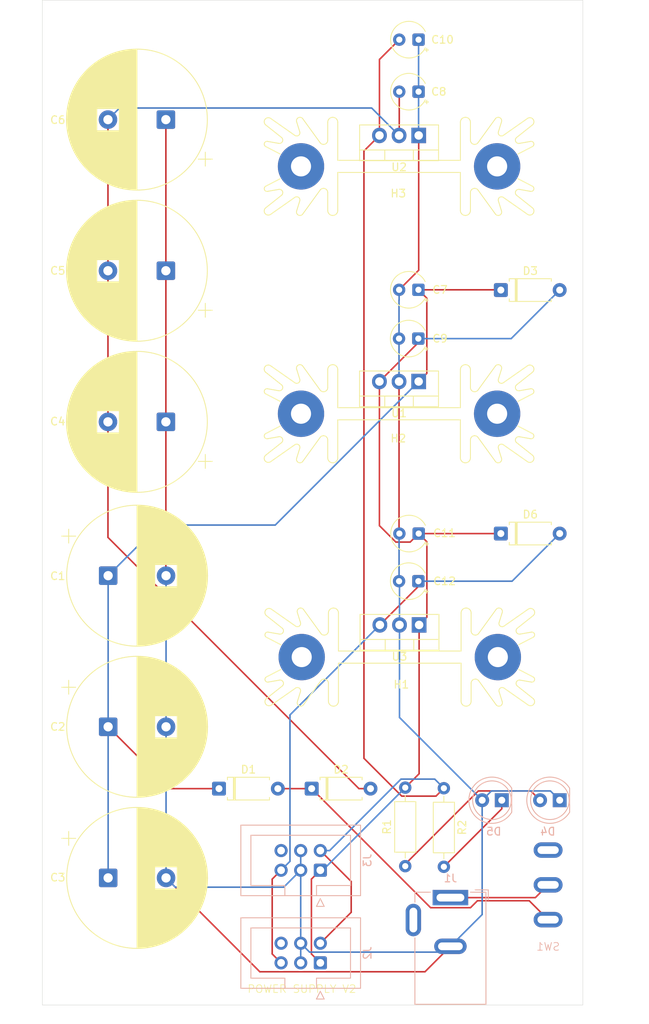
<source format=kicad_pcb>
(kicad_pcb (version 20241229) (generator "pcbnew") (generator_version "9.0")
  (layers (0 "F.Cu" signal) (2 "B.Cu" signal) (13 "F.Paste" user) (15 "B.Paste" user) (5 "F.SilkS" user "F.Silkscreen") (7 "B.SilkS" user "B.Silkscreen") (1 "F.Mask" user) (3 "B.Mask" user) (25 "Edge.Cuts" user))
  (net 0 "")
  (net 1 "GND")
  (net 2 "Net-(D1-K)")
  (net 3 "Net-(D2-A)")
  (net 4 "Net-(D4-A)")
  (net 5 "Net-(D1-A)")
  (net 7 "Net-(D3-A)")
  (net 8 "Net-(D5-K)")
  (net 9 "Net-(D6-A)")
  (net 10 "Net-(SW1-B)")
  (net 11 "Net-(J2-Pin_2)")
  (footprint "MountingHole:MountingHole_3.2mm_M3" (layer "F.Cu") (at 67 163.45)
    (property "Reference" "REF**" (hide yes))
    (property "Value" "MountingHole_3.2mm_M3")
    (pad "" np_thru_hole circle (at 0 0) (size 3.2 3.2) (drill 3.2) (layers "*.Cu" "*.Mask"))
  )
  (footprint "Heatsink:Heatsink_AAVID_Extruded_531002B02100G_34.9x12.7mm_H25.4mm" (layer "F.Cu") (at 109.2 59 180)
    (property "Reference" "H3" (at 0.100142 -3.499778 0) (layer "F.SilkS"))
    (property "Value" "Heatsink_AAVID_Extruded_531002B02100G_34.9x12.7mm_H25.4mm")
    (pad "1" thru_hole circle (at -12.7 0 180) (size 6 6) (drill 2.6) (layers "*.Cu" "*.Mask"))
    (pad "1" thru_hole circle (at 12.7 0 180) (size 6 6) (drill 2.6) (layers "*.Cu" "*.Mask"))
  )
  (footprint "Capacitor_THT:CP_Radial_Tantal_D4.5mm_P2.50mm" (layer "F.Cu") (at 111.724588 49.335628 180)
    (property "Reference" "C8" (at -2.61902 0 0) (layer "F.SilkS"))
    (property "Value" "1uF")
    (pad "1" thru_hole roundrect (at 0 0 180) (size 1.6 1.6) (drill 0.8) (layers "*.Cu" "*.Mask") (roundrect_rratio 0.15625) (net 1 "GND"))
    (pad "2" thru_hole circle (at 2.5 0 180) (size 1.6 1.6) (drill 0.8) (layers "*.Cu" "*.Mask") (net 3 "Net-(D2-A)"))
  )
  (footprint "Capacitor_THT:CP_Radial_Tantal_D4.5mm_P2.50mm" (layer "F.Cu") (at 111.692324 81.277859 180)
    (property "Reference" "C9" (at -2.807676 0 0) (layer "F.SilkS"))
    (property "Value" "1uF")
    (pad "1" thru_hole roundrect (at 0 0 180) (size 1.6 1.6) (drill 0.8) (layers "*.Cu" "*.Mask") (roundrect_rratio 0.15625) (net 7 "Net-(D3-A)"))
    (pad "2" thru_hole circle (at 2.5 0 180) (size 1.6 1.6) (drill 0.8) (layers "*.Cu" "*.Mask") (net 1 "GND"))
  )
  (footprint "Capacitor_THT:CP_Radial_D18.0mm_P7.50mm" (layer "F.Cu") (at 71.52222 151.05)
    (property "Reference" "C3" (at -6.52222 -0.05 0) (layer "F.SilkS"))
    (property "Value" "4700uF")
    (pad "1" thru_hole roundrect (at 0 0) (size 2.4 2.4) (drill 1.2) (layers "*.Cu" "*.Mask") (roundrect_rratio 0.104167) (net 2 "Net-(D1-K)"))
    (pad "2" thru_hole circle (at 7.5 0) (size 2.4 2.4) (drill 1.2) (layers "*.Cu" "*.Mask") (net 1 "GND"))
  )
  (footprint "Diode_THT:D_A-405_P7.62mm_Horizontal" (layer "F.Cu") (at 85.88 139.5)
    (property "Reference" "D1" (at 3.81 -2.47 0) (layer "F.SilkS"))
    (property "Value" "Rectifier Diode")
    (pad "1" thru_hole roundrect (at 0 0) (size 1.8 1.8) (drill 0.9) (layers "*.Cu" "*.Mask") (roundrect_rratio 0.138889) (net 2 "Net-(D1-K)"))
    (pad "2" thru_hole circle (at 7.62 0) (size 1.8 1.8) (drill 0.9) (layers "*.Cu" "*.Mask") (net 5 "Net-(D1-A)"))
  )
  (footprint "Capacitor_THT:CP_Radial_Tantal_D4.5mm_P2.50mm" (layer "F.Cu") (at 111.699493 112.662729 180)
    (property "Reference" "C12" (at -3.394896 0 0) (layer "F.SilkS"))
    (property "Value" "1uF")
    (pad "1" thru_hole roundrect (at 0 0 180) (size 1.6 1.6) (drill 0.8) (layers "*.Cu" "*.Mask") (roundrect_rratio 0.15625) (net 9 "Net-(D6-A)"))
    (pad "2" thru_hole circle (at 2.5 0 180) (size 1.6 1.6) (drill 0.8) (layers "*.Cu" "*.Mask") (net 1 "GND"))
  )
  (footprint "MountingHole:MountingHole_3.2mm_M3" (layer "F.Cu") (at 129 163.45)
    (property "Reference" "REF**" (hide yes))
    (property "Value" "MountingHole_3.2mm_M3")
    (pad "" np_thru_hole circle (at 0 0) (size 3.2 3.2) (drill 3.2) (layers "*.Cu" "*.Mask"))
  )
  (footprint "Resistor_THT:R_Axial_DIN0207_L6.3mm_D2.5mm_P10.16mm_Horizontal" (layer "F.Cu") (at 115 139.45 -90)
    (property "Reference" "R2" (at 5.08 -2.37 90) (layer "F.SilkS"))
    (property "Value" "100K")
    (pad "1" thru_hole circle (at 0 0 270) (size 1.6 1.6) (drill 0.8) (layers "*.Cu" "*.Mask") (net 11 "Net-(J2-Pin_2)"))
    (pad "2" thru_hole circle (at 10.16 0 270) (size 1.6 1.6) (drill 0.8) (layers "*.Cu" "*.Mask") (net 8 "Net-(D5-K)"))
  )
  (footprint "Heatsink:Heatsink_AAVID_Extruded_531002B02100G_34.9x12.7mm_H25.4mm" (layer "F.Cu") (at 109.290958 122.484117 180)
    (property "Reference" "H1" (at -0.2 -3.55 0) (layer "F.SilkS"))
    (property "Value" "Heatsink_AAVID_Extruded_531002B02100G_34.9x12.7mm_H25.4mm")
    (pad "1" thru_hole circle (at -12.7 0 180) (size 6 6) (drill 2.6) (layers "*.Cu" "*.Mask"))
    (pad "1" thru_hole circle (at 12.7 0 180) (size 6 6) (drill 2.6) (layers "*.Cu" "*.Mask"))
  )
  (footprint "Capacitor_THT:CP_Radial_D18.0mm_P7.50mm" (layer "F.Cu") (at 71.52222 131.5)
    (property "Reference" "C2" (at -6.52222 0 0) (layer "F.SilkS"))
    (property "Value" "4700uF")
    (pad "1" thru_hole roundrect (at 0 0) (size 2.4 2.4) (drill 1.2) (layers "*.Cu" "*.Mask") (roundrect_rratio 0.104167) (net 2 "Net-(D1-K)"))
    (pad "2" thru_hole circle (at 7.5 0) (size 2.4 2.4) (drill 1.2) (layers "*.Cu" "*.Mask") (net 1 "GND"))
  )
  (footprint "Resistor_THT:R_Axial_DIN0207_L6.3mm_D2.5mm_P10.16mm_Horizontal" (layer "F.Cu") (at 110 149.53 90)
    (property "Reference" "R1" (at 5.08 -2.37 90) (layer "F.SilkS"))
    (property "Value" "1K")
    (pad "1" thru_hole circle (at 0 0 90) (size 1.6 1.6) (drill 0.8) (layers "*.Cu" "*.Mask") (net 4 "Net-(D4-A)"))
    (pad "2" thru_hole circle (at 10.16 0 90) (size 1.6 1.6) (drill 0.8) (layers "*.Cu" "*.Mask") (net 7 "Net-(D3-A)"))
  )
  (footprint "Capacitor_THT:CP_Radial_Tantal_D4.5mm_P2.50mm" (layer "F.Cu") (at 111.707017 74.965991 180)
    (property "Reference" "C7" (at -2.792983 0 0) (layer "F.SilkS"))
    (property "Value" "1uF")
    (pad "1" thru_hole roundrect (at 0 0 180) (size 1.6 1.6) (drill 0.8) (layers "*.Cu" "*.Mask") (roundrect_rratio 0.15625) (net 2 "Net-(D1-K)"))
    (pad "2" thru_hole circle (at 2.5 0 180) (size 1.6 1.6) (drill 0.8) (layers "*.Cu" "*.Mask") (net 1 "GND"))
  )
  (footprint "Package_TO_SOT_THT:TO-220-3_Vertical" (layer "F.Cu") (at 111.74 55 180)
    (property "Reference" "U2" (at 2.54 -4.1 0) (layer "F.SilkS"))
    (property "Value" "L7912")
    (pad "1" thru_hole rect (at 0 0 180) (size 1.905 2) (drill 1.1) (layers "*.Cu" "*.Mask") (net 1 "GND"))
    (pad "2" thru_hole oval (at 2.54 0 180) (size 1.905 2) (drill 1.1) (layers "*.Cu" "*.Mask") (net 3 "Net-(D2-A)"))
    (pad "3" thru_hole oval (at 5.08 0 180) (size 1.905 2) (drill 1.1) (layers "*.Cu" "*.Mask") (net 11 "Net-(J2-Pin_2)"))
  )
  (footprint "Package_TO_SOT_THT:TO-220-3_Vertical" (layer "F.Cu") (at 111.735134 86.83142 180)
    (property "Reference" "U1" (at 2.54 -4.1 0) (layer "F.SilkS"))
    (property "Value" "LM7812_TO220")
    (pad "1" thru_hole rect (at 0 0 180) (size 1.905 2) (drill 1.1) (layers "*.Cu" "*.Mask") (net 2 "Net-(D1-K)"))
    (pad "2" thru_hole oval (at 2.54 0 180) (size 1.905 2) (drill 1.1) (layers "*.Cu" "*.Mask") (net 1 "GND"))
    (pad "3" thru_hole oval (at 5.08 0 180) (size 1.905 2) (drill 1.1) (layers "*.Cu" "*.Mask") (net 7 "Net-(D3-A)"))
  )
  (footprint "Capacitor_THT:CP_Radial_Tantal_D4.5mm_P2.50mm" (layer "F.Cu") (at 111.739333 106.504091 180)
    (property "Reference" "C11" (at -3.338886 0.059467 0) (layer "F.SilkS"))
    (property "Value" "1uF")
    (pad "1" thru_hole roundrect (at 0 0 180) (size 1.6 1.6) (drill 0.8) (layers "*.Cu" "*.Mask") (roundrect_rratio 0.15625) (net 7 "Net-(D3-A)"))
    (pad "2" thru_hole circle (at 2.5 0 180) (size 1.6 1.6) (drill 0.8) (layers "*.Cu" "*.Mask") (net 1 "GND"))
  )
  (footprint "Capacitor_THT:CP_Radial_D18.0mm_P7.50mm" (layer "F.Cu") (at 79 72.5 180)
    (property "Reference" "C5" (at 14 0 0) (layer "F.SilkS"))
    (property "Value" "4700uF")
    (pad "1" thru_hole roundrect (at 0 0 180) (size 2.4 2.4) (drill 1.2) (layers "*.Cu" "*.Mask") (roundrect_rratio 0.104167) (net 1 "GND"))
    (pad "2" thru_hole circle (at 7.5 0 180) (size 2.4 2.4) (drill 1.2) (layers "*.Cu" "*.Mask") (net 3 "Net-(D2-A)"))
  )
  (footprint "Capacitor_THT:CP_Radial_Tantal_D4.5mm_P2.50mm" (layer "F.Cu") (at 111.724588 42.606633 180)
    (property "Reference" "C10" (at -3.096178 0 0) (layer "F.SilkS"))
    (property "Value" "1uF")
    (pad "1" thru_hole roundrect (at 0 0 180) (size 1.6 1.6) (drill 0.8) (layers "*.Cu" "*.Mask") (roundrect_rratio 0.15625) (net 1 "GND"))
    (pad "2" thru_hole circle (at 2.5 0 180) (size 1.6 1.6) (drill 0.8) (layers "*.Cu" "*.Mask") (net 11 "Net-(J2-Pin_2)"))
  )
  (footprint "Diode_THT:D_A-405_P7.62mm_Horizontal" (layer "F.Cu") (at 97.88 139.5)
    (property "Reference" "D2" (at 3.81 -2.47 0) (layer "F.SilkS"))
    (property "Value" "Rectifier Diode")
    (pad "1" thru_hole roundrect (at 0 0) (size 1.8 1.8) (drill 0.9) (layers "*.Cu" "*.Mask") (roundrect_rratio 0.138889) (net 5 "Net-(D1-A)"))
    (pad "2" thru_hole circle (at 7.62 0) (size 1.8 1.8) (drill 0.9) (layers "*.Cu" "*.Mask") (net 3 "Net-(D2-A)"))
  )
  (footprint "MountingHole:MountingHole_3.2mm_M3" (layer "F.Cu") (at 129 41.45)
    (property "Reference" "REF**" (hide yes))
    (property "Value" "MountingHole_3.2mm_M3")
    (pad "" np_thru_hole circle (at 0 0) (size 3.2 3.2) (drill 3.2) (layers "*.Cu" "*.Mask"))
  )
  (footprint "Capacitor_THT:CP_Radial_D18.0mm_P7.50mm" (layer "F.Cu") (at 79 92.05 180)
    (property "Reference" "C4" (at 14 0.05 0) (layer "F.SilkS"))
    (property "Value" "4700uF")
    (pad "1" thru_hole roundrect (at 0 0 180) (size 2.4 2.4) (drill 1.2) (layers "*.Cu" "*.Mask") (roundrect_rratio 0.104167) (net 1 "GND"))
    (pad "2" thru_hole circle (at 7.5 0 180) (size 2.4 2.4) (drill 1.2) (layers "*.Cu" "*.Mask") (net 3 "Net-(D2-A)"))
  )
  (footprint "Diode_THT:D_A-405_P7.62mm_Horizontal" (layer "F.Cu") (at 122.38 75)
    (property "Reference" "D3" (at 3.81 -2.47 0) (layer "F.SilkS"))
    (property "Value" "Rectifier Diode")
    (pad "1" thru_hole roundrect (at 0 0) (size 1.8 1.8) (drill 0.9) (layers "*.Cu" "*.Mask") (roundrect_rratio 0.138889) (net 2 "Net-(D1-K)"))
    (pad "2" thru_hole circle (at 7.62 0) (size 1.8 1.8) (drill 0.9) (layers "*.Cu" "*.Mask") (net 7 "Net-(D3-A)"))
  )
  (footprint "Diode_THT:D_A-405_P7.62mm_Horizontal" (layer "F.Cu") (at 122.38 106.5)
    (property "Reference" "D6" (at 3.81 -2.47 0) (layer "F.SilkS"))
    (property "Value" "Rectifier Diode")
    (pad "1" thru_hole roundrect (at 0 0) (size 1.8 1.8) (drill 0.9) (layers "*.Cu" "*.Mask") (roundrect_rratio 0.138889) (net 7 "Net-(D3-A)"))
    (pad "2" thru_hole circle (at 7.62 0) (size 1.8 1.8) (drill 0.9) (layers "*.Cu" "*.Mask") (net 9 "Net-(D6-A)"))
  )
  (footprint "Package_TO_SOT_THT:TO-220-3_Vertical" (layer "F.Cu") (at 111.795148 118.322034 180)
    (property "Reference" "U3" (at 2.54 -4.1 0) (layer "F.SilkS"))
    (property "Value" "L7805")
    (pad "1" thru_hole rect (at 0 0 180) (size 1.905 2) (drill 1.1) (layers "*.Cu" "*.Mask") (net 7 "Net-(D3-A)"))
    (pad "2" thru_hole oval (at 2.54 0 180) (size 1.905 2) (drill 1.1) (layers "*.Cu" "*.Mask") (net 1 "GND"))
    (pad "3" thru_hole oval (at 5.08 0 180) (size 1.905 2) (drill 1.1) (layers "*.Cu" "*.Mask") (net 9 "Net-(D6-A)"))
  )
  (footprint "MountingHole:MountingHole_3.2mm_M3" (layer "F.Cu") (at 67 41.45)
    (property "Reference" "REF**" (hide yes))
    (property "Value" "MountingHole_3.2mm_M3")
    (pad "" np_thru_hole circle (at 0 0) (size 3.2 3.2) (drill 3.2) (layers "*.Cu" "*.Mask"))
  )
  (footprint "Heatsink:Heatsink_AAVID_Extruded_531002B02100G_34.9x12.7mm_H25.4mm" (layer "F.Cu") (at 109.2 91 180)
    (property "Reference" "H2" (at 0.097892 -3.191883 0) (layer "F.SilkS"))
    (property "Value" "Heatsink_AAVID_Extruded_531002B02100G_34.9x12.7mm_H25.4mm")
    (pad "1" thru_hole circle (at -12.7 0 180) (size 6 6) (drill 2.6) (layers "*.Cu" "*.Mask"))
    (pad "1" thru_hole circle (at 12.7 0 180) (size 6 6) (drill 2.6) (layers "*.Cu" "*.Mask"))
  )
  (footprint "Capacitor_THT:CP_Radial_D18.0mm_P7.50mm" (layer "F.Cu") (at 79 52.95 180)
    (property "Reference" "C6" (at 14 -0.05 0) (layer "F.SilkS"))
    (property "Value" "4700uF")
    (pad "1" thru_hole roundrect (at 0 0 180) (size 2.4 2.4) (drill 1.2) (layers "*.Cu" "*.Mask") (roundrect_rratio 0.104167) (net 1 "GND"))
    (pad "2" thru_hole circle (at 7.5 0 180) (size 2.4 2.4) (drill 1.2) (layers "*.Cu" "*.Mask") (net 3 "Net-(D2-A)"))
  )
  (footprint "Capacitor_THT:CP_Radial_D18.0mm_P7.50mm" (layer "F.Cu") (at 71.52222 111.95)
    (property "Reference" "C1" (at -6.52222 0.05 0) (layer "F.SilkS"))
    (property "Value" "4700uF")
    (pad "1" thru_hole roundrect (at 0 0) (size 2.4 2.4) (drill 1.2) (layers "*.Cu" "*.Mask") (roundrect_rratio 0.104167) (net 2 "Net-(D1-K)"))
    (pad "2" thru_hole circle (at 7.5 0) (size 2.4 2.4) (drill 1.2) (layers "*.Cu" "*.Mask") (net 1 "GND"))
  )
  (footprint "LED_THT:LED_D5.0mm" (layer "B.Cu") (at 122.5 141 180)
    (property "Reference" "D5" (at 1.04 -4.05 0) (layer "B.SilkS") (effects (justify mirror)))
    (property "Value" "LED (Blue, negative output status)")
    (pad "1" thru_hole rect (at 0 0 180) (size 1.8 1.8) (drill 0.9) (layers "*.Cu" "*.Mask") (net 8 "Net-(D5-K)"))
    (pad "2" thru_hole circle (at 2.54 0 180) (size 1.8 1.8) (drill 0.9) (layers "*.Cu" "*.Mask") (net 1 "GND"))
  )
  (footprint "Connector_IDC:IDC-Header_2x03_P2.54mm_Vertical" (layer "B.Cu") (at 99 162.04 90)
    (property "Reference" "J2" (at 1.27 6.1 90) (layer "B.SilkS") (effects (justify mirror)))
    (property "Value" "Output")
    (pad "1" thru_hole roundrect (at 0 0 90) (size 1.7 1.7) (drill 1) (layers "*.Cu" "*.Mask") (roundrect_rratio 0.147059) (net 7 "Net-(D3-A)"))
    (pad "2" thru_hole circle (at 2.54 0 90) (size 1.7 1.7) (drill 1) (layers "*.Cu" "*.Mask") (net 11 "Net-(J2-Pin_2)"))
    (pad "3" thru_hole circle (at 0 -2.54 90) (size 1.7 1.7) (drill 1) (layers "*.Cu" "*.Mask") (net 1 "GND"))
    (pad "4" thru_hole circle (at 2.54 -2.54 90) (size 1.7 1.7) (drill 1) (layers "*.Cu" "*.Mask") (net 1 "GND"))
    (pad "5" thru_hole circle (at 0 -5.08 90) (size 1.7 1.7) (drill 1) (layers "*.Cu" "*.Mask") (net 9 "Net-(D6-A)"))
    (pad "6" thru_hole circle (at 2.54 -5.08 90) (size 1.7 1.7) (drill 1) (layers "*.Cu" "*.Mask"))
  )
  (footprint "LED_THT:LED_D5.0mm" (layer "B.Cu") (at 130 141 180)
    (property "Reference" "D4" (at 1.54 -4.05 0) (layer "B.SilkS") (effects (justify mirror)))
    (property "Value" "LED (Red, positive output status)")
    (pad "1" thru_hole rect (at 0 0 180) (size 1.8 1.8) (drill 0.9) (layers "*.Cu" "*.Mask") (net 1 "GND"))
    (pad "2" thru_hole circle (at 2.54 0 180) (size 1.8 1.8) (drill 0.9) (layers "*.Cu" "*.Mask") (net 4 "Net-(D4-A)"))
  )
  (footprint "Connector_BarrelJack:BarrelJack_GCT_DCJ200-10-A_Horizontal" (layer "B.Cu") (at 115.85 153.6 180)
    (property "Reference" "J1" (at 0 2.5 0) (layer "B.SilkS") (effects (justify mirror)))
    (property "Value" "Barrel_Jack")
    (pad "1" thru_hole rect (at 0 0 180) (size 4.6 2) (drill oval 3.6 1) (layers "*.Cu" "*.Mask") (net 10 "Net-(SW1-B)"))
    (pad "2" thru_hole oval (at 0 -6.3 180) (size 4.2 2) (drill oval 3.2 1) (layers "*.Cu" "*.Mask") (net 1 "GND"))
    (pad "3" thru_hole oval (at 4.8 -2.9 180) (size 2 4.2) (drill oval 1 3.2) (layers "*.Cu" "*.Mask"))
  )
  (footprint "Connector_IDC:IDC-Header_2x03_P2.54mm_Vertical" (layer "B.Cu") (at 99 150.055 90)
    (property "Reference" "J3" (at 1.27 6.1 90) (layer "B.SilkS") (effects (justify mirror)))
    (property "Value" "Output")
    (pad "1" thru_hole roundrect (at 0 0 90) (size 1.7 1.7) (drill 1) (layers "*.Cu" "*.Mask") (roundrect_rratio 0.147059) (net 7 "Net-(D3-A)"))
    (pad "2" thru_hole circle (at 2.54 0 90) (size 1.7 1.7) (drill 1) (layers "*.Cu" "*.Mask") (net 11 "Net-(J2-Pin_2)"))
    (pad "3" thru_hole circle (at 0 -2.54 90) (size 1.7 1.7) (drill 1) (layers "*.Cu" "*.Mask") (net 1 "GND"))
    (pad "4" thru_hole circle (at 2.54 -2.54 90) (size 1.7 1.7) (drill 1) (layers "*.Cu" "*.Mask") (net 1 "GND"))
    (pad "5" thru_hole circle (at 0 -5.08 90) (size 1.7 1.7) (drill 1) (layers "*.Cu" "*.Mask") (net 9 "Net-(D6-A)"))
    (pad "6" thru_hole circle (at 2.54 -5.08 90) (size 1.7 1.7) (drill 1) (layers "*.Cu" "*.Mask"))
  )
  (footprint "modular2:switch1" (layer "B.Cu") (at 128.5 160.45 180)
    (property "Reference" "SW1" (at 0 0.5 0) (layer "B.SilkS") (effects (font (thickness 0.1)) (justify mirror)))
    (property "Value" "SW_SPDT")
    (pad "1" thru_hole oval (at 0 4 180) (size 3.75 2) (drill oval 2.75 1) (layers "*.Cu" "*.Mask") (net 5 "Net-(D1-A)"))
    (pad "2" thru_hole oval (at 0 8.5 180) (size 3.75 2) (drill oval 2.75 1) (layers "*.Cu" "*.Mask") (net 10 "Net-(SW1-B)"))
    (pad "3" thru_hole oval (at 0 13 180) (size 3.75 2) (drill oval 2.75 1) (layers "*.Cu" "*.Mask"))
  )
  (gr_rect (start 63 37.5) (end 133 167.5) (stroke (width 0.05)) (fill no) (layer "Edge.Cuts"))
  (gr_text "POWER SUPPLY V2" (at 89.5 166 0) (layer "F.SilkS") (effects (font (size 1 1) (thickness 0.1)) (justify left bottom)))
  (segment (start 112.559 163.191) (end 91.16322 163.191) (width 0.2) (layer "F.Cu") (net 1))
  (segment (start 111.74 55) (end 111.74 72.433008) (width 0.2) (layer "F.Cu") (net 1))
  (segment (start 79 92.05) (end 79 52.95) (width 0.2) (layer "F.Cu") (net 1))
  (segment (start 91.16322 163.191) (end 79.02222 151.05) (width 0.2) (layer "F.Cu") (net 1))
  (segment (start 79 92.05) (end 79 111.92778) (width 0.2) (layer "F.Cu") (net 1))
  (segment (start 109.195134 86.83142) (end 109.195134 106.459892) (width 0.2) (layer "F.Cu") (net 1))
  (segment (start 115.85 159.9) (end 112.559 163.191) (width 0.2) (layer "F.Cu") (net 1))
  (segment (start 79 111.92778) (end 79.02222 111.95) (width 0.2) (layer "F.Cu") (net 1))
  (segment (start 109.195134 106.459892) (end 109.239333 106.504091) (width 0.2) (layer "F.Cu") (net 1))
  (segment (start 111.74 72.433008) (end 109.207017 74.965991) (width 0.2) (layer "F.Cu") (net 1))
  (segment (start 121.161 139.799) (end 128.799 139.799) (width 0.2) (layer "B.Cu") (net 1))
  (segment (start 79.02222 111.95) (end 79.02222 111.47778) (width 0.2) (layer "B.Cu") (net 1))
  (segment (start 97.611 160.651) (end 96.46 159.5) (width 0.2) (layer "B.Cu") (net 1))
  (segment (start 119.96 155.79) (end 115.85 159.9) (width 0.2) (layer "B.Cu") (net 1))
  (segment (start 109.199493 112.662729) (end 109.199493 112.699493) (width 0.2) (layer "B.Cu") (net 1))
  (segment (start 79.02222 131.5) (end 79.02222 111.95) (width 0.2) (layer "B.Cu") (net 1))
  (segment (start 80.22222 152.25) (end 94.265 152.25) (width 0.2) (layer "B.Cu") (net 1))
  (segment (start 79.02222 111.47778) (end 79 111.45556) (width 0.2) (layer "B.Cu") (net 1))
  (segment (start 79.02222 151.05) (end 80.22222 152.25) (width 0.2) (layer "B.Cu") (net 1))
  (segment (start 109.192324 76.307676) (end 109.192324 81.277859) (width 0.2) (layer "B.Cu") (net 1))
  (segment (start 109.195134 86.83142) (end 109.195134 87.195134) (width 0.2) (layer "B.Cu") (net 1))
  (segment (start 111.724588 49.335628) (end 111.724588 54.984588) (width 0.2) (layer "B.Cu") (net 1))
  (segment (start 96.46 159.5) (end 96.46 162.04) (width 0.2) (layer "B.Cu") (net 1))
  (segment (start 109.199493 112.699493) (end 109.255148 112.755148) (width 0.2) (layer "B.Cu") (net 1))
  (segment (start 109.207017 74.965991) (end 109.207017 76.292983) (width 0.2) (layer "B.Cu") (net 1))
  (segment (start 119.96 141) (end 121.161 139.799) (width 0.2) (layer "B.Cu") (net 1))
  (segment (start 109.207017 76.292983) (end 109.192324 76.307676) (width 0.2) (layer "B.Cu") (net 1))
  (segment (start 96.46 150.055) (end 96.46 159.5) (width 0.2) (layer "B.Cu") (net 1))
  (segment (start 115.099 160.651) (end 97.611 160.651) (width 0.2) (layer "B.Cu") (net 1))
  (segment (start 79.02222 151.05) (end 79.02222 131.5) (width 0.2) (layer "B.Cu") (net 1))
  (segment (start 128.799 139.799) (end 130 141) (width 0.2) (layer "B.Cu") (net 1))
  (segment (start 109.239333 106.504091) (end 109.239333 106.739333) (width 0.2) (layer "B.Cu") (net 1))
  (segment (start 109.255148 118.322034) (end 109.255148 130.295148) (width 0.2) (layer "B.Cu") (net 1))
  (segment (start 115.85 159.9) (end 115.099 160.651) (width 0.2) (layer "B.Cu") (net 1))
  (segment (start 109.192324 81.277859) (end 109.192324 86.82861) (width 0.2) (layer "B.Cu") (net 1))
  (segment (start 109.255148 112.755148) (end 109.255148 118.322034) (width 0.2) (layer "B.Cu") (net 1))
  (segment (start 94.265 152.25) (end 96.46 150.055) (width 0.2) (layer "B.Cu") (net 1))
  (segment (start 109.239333 106.739333) (end 109.199493 106.779173) (width 0.2) (layer "B.Cu") (net 1))
  (segment (start 111.724588 42.606633) (end 111.724588 49.335628) (width 0.2) (layer "B.Cu") (net 1))
  (segment (start 109.255148 130.295148) (end 119.96 141) (width 0.2) (layer "B.Cu") (net 1))
  (segment (start 109.199493 106.779173) (end 109.199493 112.662729) (width 0.2) (layer "B.Cu") (net 1))
  (segment (start 109.192324 86.82861) (end 109.195134 86.83142) (width 0.2) (layer "B.Cu") (net 1))
  (segment (start 111.724588 54.984588) (end 111.74 55) (width 0.2) (layer "B.Cu") (net 1))
  (segment (start 109.195134 87.195134) (end 109.239333 87.239333) (width 0.2) (layer "B.Cu") (net 1))
  (segment (start 96.46 147.515) (end 96.46 150.055) (width 0.2) (layer "B.Cu") (net 1))
  (segment (start 119.96 141) (end 119.96 155.79) (width 0.2) (layer "B.Cu") (net 1))
  (segment (start 111.707017 74.965991) (end 112.793324 76.052298) (width 0.2) (layer "F.Cu") (net 2))
  (segment (start 111.707017 74.965991) (end 122.345991 74.965991) (width 0.2) (layer "F.Cu") (net 2))
  (segment (start 112.793324 76.052298) (end 112.793324 85.77323) (width 0.2) (layer "F.Cu") (net 2))
  (segment (start 71.52222 111.95) (end 71.52222 111.093738) (width 0.2) (layer "F.Cu") (net 2))
  (segment (start 122.345991 74.965991) (end 122.38 75) (width 0.2) (layer "F.Cu") (net 2))
  (segment (start 85.88 139.5) (end 79.52222 139.5) (width 0.2) (layer "F.Cu") (net 2))
  (segment (start 112.793324 85.77323) (end 111.735134 86.83142) (width 0.2) (layer "F.Cu") (net 2))
  (segment (start 79.52222 139.5) (end 71.52222 131.5) (width 0.2) (layer "F.Cu") (net 2))
  (segment (start 93.163463 105.403091) (end 111.735134 86.83142) (width 0.2) (layer "B.Cu") (net 2))
  (segment (start 71.52222 131.5) (end 71.52222 151.05) (width 0.2) (layer "B.Cu") (net 2))
  (segment (start 78.069129 105.403091) (end 93.163463 105.403091) (width 0.2) (layer "B.Cu") (net 2))
  (segment (start 71.52222 111.95) (end 78.069129 105.403091) (width 0.2) (layer "B.Cu") (net 2))
  (segment (start 71.52222 111.95) (end 71.52222 131.5) (width 0.2) (layer "B.Cu") (net 2))
  (segment (start 71.5 92.05) (end 71.5 107) (width 0.2) (layer "F.Cu") (net 3))
  (segment (start 71.5 92.05) (end 71.5 52.95) (width 0.2) (layer "F.Cu") (net 3))
  (segment (start 71.5 107) (end 104 139.5) (width 0.2) (layer "F.Cu") (net 3))
  (segment (start 105.5 139.5) (end 105.5 139) (width 0.2) (layer "F.Cu") (net 3))
  (segment (start 109.224588 54.975412) (end 109.2 55) (width 0.2) (layer "F.Cu") (net 3))
  (segment (start 104 139.5) (end 105.5 139.5) (width 0.2) (layer "F.Cu") (net 3))
  (segment (start 109.224588 49.335628) (end 109.224588 54.975412) (width 0.2) (layer "F.Cu") (net 3))
  (segment (start 73.001 51.449) (end 105.649 51.449) (width 0.2) (layer "B.Cu") (net 3))
  (segment (start 105.649 51.449) (end 109.2 55) (width 0.2) (layer "B.Cu") (net 3))
  (segment (start 71.5 52.95) (end 73.001 51.449) (width 0.2) (layer "B.Cu") (net 3))
  (segment (start 110 149.261529) (end 119.462529 139.799) (width 0.2) (layer "F.Cu") (net 4))
  (segment (start 110 149.53) (end 110 149.261529) (width 0.2) (layer "F.Cu") (net 4))
  (segment (start 119.462529 139.799) (end 126.259 139.799) (width 0.2) (layer "F.Cu") (net 4))
  (segment (start 126.259 139.799) (end 127.46 141) (width 0.2) (layer "F.Cu") (net 4))
  (segment (start 97.88 139.5) (end 93.5 139.5) (width 0.2) (layer "F.Cu") (net 5))
  (segment (start 119.351 154.001) (end 118.451 154.901) (width 0.2) (layer "F.Cu") (net 5))
  (segment (start 126.051 154.001) (end 119.351 154.001) (width 0.2) (layer "F.Cu") (net 5))
  (segment (start 118.451 154.901) (end 113.281 154.901) (width 0.2) (layer "F.Cu") (net 5))
  (segment (start 128.5 156.45) (end 126.051 154.001) (width 0.2) (layer "F.Cu") (net 5))
  (segment (start 113.281 154.901) (end 97.88 139.5) (width 0.2) (layer "F.Cu") (net 5))
  (segment (start 106.655134 86.83142) (end 106.655134 105.476942) (width 0.2) (layer "F.Cu") (net 7))
  (segment (start 111.739333 106.504091) (end 122.375909 106.504091) (width 0.2) (layer "F.Cu") (net 7))
  (segment (start 97.849 151.206) (end 99 150.055) (width 0.2) (layer "F.Cu") (net 7))
  (segment (start 122.375909 106.504091) (end 122.38 106.5) (width 0.2) (layer "F.Cu") (net 7))
  (segment (start 99 162.04) (end 97.849 160.889) (width 0.2) (layer "F.Cu") (net 7))
  (segment (start 111.795148 118.322034) (end 111.795148 137.574852) (width 0.2) (layer "F.Cu") (net 7))
  (segment (start 108.783283 107.605091) (end 110.638333 107.605091) (width 0.2) (layer "F.Cu") (net 7))
  (segment (start 112.800493 107.565251) (end 112.800493 117.316689) (width 0.2) (layer "F.Cu") (net 7))
  (segment (start 111.739333 106.504091) (end 112.800493 107.565251) (width 0.2) (layer "F.Cu") (net 7))
  (segment (start 111.692324 81.277859) (end 111.692324 81.79423) (width 0.2) (layer "F.Cu") (net 7))
  (segment (start 97.849 160.889) (end 97.849 151.206) (width 0.2) (layer "F.Cu") (net 7))
  (segment (start 111.795148 137.574852) (end 110 139.37) (width 0.2) (layer "F.Cu") (net 7))
  (segment (start 106.655134 105.476942) (end 108.783283 107.605091) (width 0.2) (layer "F.Cu") (net 7))
  (segment (start 110.638333 107.605091) (end 111.739333 106.504091) (width 0.2) (layer "F.Cu") (net 7))
  (segment (start 111.692324 81.79423) (end 106.655134 86.83142) (width 0.2) (layer "F.Cu") (net 7))
  (segment (start 112.800493 117.316689) (end 111.795148 118.322034) (width 0.2) (layer "F.Cu") (net 7))
  (segment (start 130 75) (end 123.722141 81.277859) (width 0.2) (layer "B.Cu") (net 7))
  (segment (start 99.315 150.055) (end 110 139.37) (width 0.2) (layer "B.Cu") (net 7))
  (segment (start 99 150.055) (end 99.315 150.055) (width 0.2) (layer "B.Cu") (net 7))
  (segment (start 123.722141 81.277859) (end 111.692324 81.277859) (width 0.2) (layer "B.Cu") (net 7))
  (segment (start 115 149.61) (end 122.5 142.11) (width 0.2) (layer "F.Cu") (net 8))
  (segment (start 122.5 142.11) (end 122.5 141) (width 0.2) (layer "F.Cu") (net 8))
  (segment (start 111.699493 112.662729) (end 111.699493 113.337689) (width 0.2) (layer "F.Cu") (net 9))
  (segment (start 111.699493 113.337689) (end 106.715148 118.322034) (width 0.2) (layer "F.Cu") (net 9))
  (segment (start 92.769 151.206) (end 93.92 150.055) (width 0.2) (layer "F.Cu") (net 9))
  (segment (start 92.769 160.889) (end 92.769 151.206) (width 0.2) (layer "F.Cu") (net 9))
  (segment (start 93.92 162.04) (end 92.769 160.889) (width 0.2) (layer "F.Cu") (net 9))
  (segment (start 95.071 148.904) (end 93.92 150.055) (width 0.2) (layer "B.Cu") (net 9))
  (segment (start 123.837271 112.662729) (end 111.699493 112.662729) (width 0.2) (layer "B.Cu") (net 9))
  (segment (start 130 106.5) (end 123.837271 112.662729) (width 0.2) (layer "B.Cu") (net 9))
  (segment (start 106.715148 118.322034) (end 95.071 129.966182) (width 0.2) (layer "B.Cu") (net 9))
  (segment (start 95.071 129.966182) (end 95.071 148.904) (width 0.2) (layer "B.Cu") (net 9))
  (segment (start 115.85 153.6) (end 126.85 153.6) (width 0.2) (layer "F.Cu") (net 10))
  (segment (start 126.85 153.6) (end 128.5 151.95) (width 0.2) (layer "F.Cu") (net 10))
  (segment (start 109.54395 140.471) (end 113.979 140.471) (width 0.2) (layer "F.Cu") (net 11))
  (segment (start 106.66 55) (end 104.650764 57.009236) (width 0.2) (layer "F.Cu") (net 11))
  (segment (start 103 151.515) (end 99 147.515) (width 0.2) (layer "F.Cu") (net 11))
  (segment (start 104.650764 135.577814) (end 109.54395 140.471) (width 0.2) (layer "F.Cu") (net 11))
  (segment (start 113.979 140.471) (end 115 139.45) (width 0.2) (layer "F.Cu") (net 11))
  (segment (start 103 155.5) (end 103 151.515) (width 0.2) (layer "F.Cu") (net 11))
  (segment (start 106.66 55) (end 106.66 45.171221) (width 0.2) (layer "F.Cu") (net 11))
  (segment (start 106.66 45.171221) (end 109.224588 42.606633) (width 0.2) (layer "F.Cu") (net 11))
  (segment (start 104.650764 57.009236) (end 104.650764 135.577814) (width 0.2) (layer "F.Cu") (net 11))
  (segment (start 99 159.5) (end 103 155.5) (width 0.2) (layer "F.Cu") (net 11))
  (segment (start 109.448081 138.269) (end 113.819 138.269) (width 0.2) (layer "B.Cu") (net 11))
  (segment (start 100.202081 147.515) (end 109.448081 138.269) (width 0.2) (layer "B.Cu") (net 11))
  (segment (start 99 147.515) (end 100.202081 147.515) (width 0.2) (layer "B.Cu") (net 11))
  (segment (start 113.819 138.269) (end 115 139.45) (width 0.2) (layer "B.Cu") (net 11))
)
</source>
